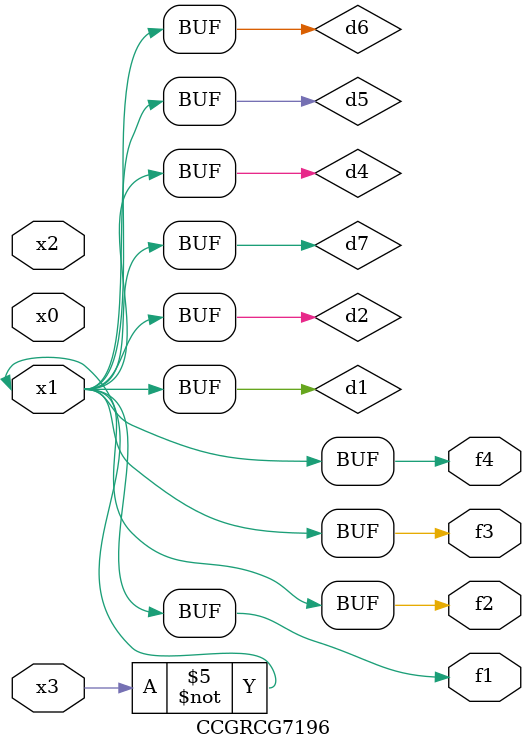
<source format=v>
module CCGRCG7196(
	input x0, x1, x2, x3,
	output f1, f2, f3, f4
);

	wire d1, d2, d3, d4, d5, d6, d7;

	not (d1, x3);
	buf (d2, x1);
	xnor (d3, d1, d2);
	nor (d4, d1);
	buf (d5, d1, d2);
	buf (d6, d4, d5);
	nand (d7, d4);
	assign f1 = d6;
	assign f2 = d7;
	assign f3 = d6;
	assign f4 = d6;
endmodule

</source>
